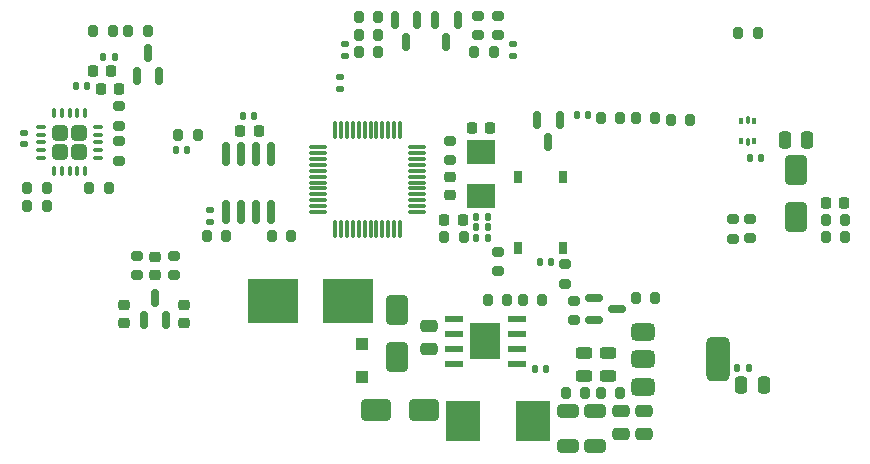
<source format=gbr>
%TF.GenerationSoftware,KiCad,Pcbnew,8.0.2-1*%
%TF.CreationDate,2024-05-27T16:57:43-04:00*%
%TF.ProjectId,checkpoint,63686563-6b70-46f6-996e-742e6b696361,v1.1*%
%TF.SameCoordinates,Original*%
%TF.FileFunction,Paste,Top*%
%TF.FilePolarity,Positive*%
%FSLAX46Y46*%
G04 Gerber Fmt 4.6, Leading zero omitted, Abs format (unit mm)*
G04 Created by KiCad (PCBNEW 8.0.2-1) date 2024-05-27 16:57:43*
%MOMM*%
%LPD*%
G01*
G04 APERTURE LIST*
G04 Aperture macros list*
%AMRoundRect*
0 Rectangle with rounded corners*
0 $1 Rounding radius*
0 $2 $3 $4 $5 $6 $7 $8 $9 X,Y pos of 4 corners*
0 Add a 4 corners polygon primitive as box body*
4,1,4,$2,$3,$4,$5,$6,$7,$8,$9,$2,$3,0*
0 Add four circle primitives for the rounded corners*
1,1,$1+$1,$2,$3*
1,1,$1+$1,$4,$5*
1,1,$1+$1,$6,$7*
1,1,$1+$1,$8,$9*
0 Add four rect primitives between the rounded corners*
20,1,$1+$1,$2,$3,$4,$5,0*
20,1,$1+$1,$4,$5,$6,$7,0*
20,1,$1+$1,$6,$7,$8,$9,0*
20,1,$1+$1,$8,$9,$2,$3,0*%
G04 Aperture macros list end*
%ADD10RoundRect,0.140000X0.140000X0.170000X-0.140000X0.170000X-0.140000X-0.170000X0.140000X-0.170000X0*%
%ADD11RoundRect,0.200000X0.275000X-0.200000X0.275000X0.200000X-0.275000X0.200000X-0.275000X-0.200000X0*%
%ADD12RoundRect,0.250000X0.475000X-0.250000X0.475000X0.250000X-0.475000X0.250000X-0.475000X-0.250000X0*%
%ADD13RoundRect,0.200000X0.200000X0.275000X-0.200000X0.275000X-0.200000X-0.275000X0.200000X-0.275000X0*%
%ADD14RoundRect,0.250000X-0.405000X0.405000X-0.405000X-0.405000X0.405000X-0.405000X0.405000X0.405000X0*%
%ADD15RoundRect,0.075000X-0.075000X0.337500X-0.075000X-0.337500X0.075000X-0.337500X0.075000X0.337500X0*%
%ADD16RoundRect,0.075000X-0.337500X0.075000X-0.337500X-0.075000X0.337500X-0.075000X0.337500X0.075000X0*%
%ADD17RoundRect,0.250000X-0.475000X0.250000X-0.475000X-0.250000X0.475000X-0.250000X0.475000X0.250000X0*%
%ADD18RoundRect,0.093750X-0.093750X0.156250X-0.093750X-0.156250X0.093750X-0.156250X0.093750X0.156250X0*%
%ADD19RoundRect,0.075000X-0.075000X0.250000X-0.075000X-0.250000X0.075000X-0.250000X0.075000X0.250000X0*%
%ADD20RoundRect,0.225000X0.225000X0.250000X-0.225000X0.250000X-0.225000X-0.250000X0.225000X-0.250000X0*%
%ADD21RoundRect,0.140000X-0.170000X0.140000X-0.170000X-0.140000X0.170000X-0.140000X0.170000X0.140000X0*%
%ADD22RoundRect,0.250000X0.650000X-1.000000X0.650000X1.000000X-0.650000X1.000000X-0.650000X-1.000000X0*%
%ADD23RoundRect,0.200000X-0.200000X-0.275000X0.200000X-0.275000X0.200000X0.275000X-0.200000X0.275000X0*%
%ADD24RoundRect,0.150000X0.150000X-0.587500X0.150000X0.587500X-0.150000X0.587500X-0.150000X-0.587500X0*%
%ADD25RoundRect,0.243750X-0.456250X0.243750X-0.456250X-0.243750X0.456250X-0.243750X0.456250X0.243750X0*%
%ADD26RoundRect,0.140000X-0.140000X-0.170000X0.140000X-0.170000X0.140000X0.170000X-0.140000X0.170000X0*%
%ADD27RoundRect,0.250000X-0.650000X0.325000X-0.650000X-0.325000X0.650000X-0.325000X0.650000X0.325000X0*%
%ADD28RoundRect,0.218750X0.218750X0.256250X-0.218750X0.256250X-0.218750X-0.256250X0.218750X-0.256250X0*%
%ADD29RoundRect,0.075000X0.662500X0.075000X-0.662500X0.075000X-0.662500X-0.075000X0.662500X-0.075000X0*%
%ADD30RoundRect,0.075000X0.075000X0.662500X-0.075000X0.662500X-0.075000X-0.662500X0.075000X-0.662500X0*%
%ADD31RoundRect,0.150000X-0.150000X0.587500X-0.150000X-0.587500X0.150000X-0.587500X0.150000X0.587500X0*%
%ADD32RoundRect,0.250000X-0.250000X-0.475000X0.250000X-0.475000X0.250000X0.475000X-0.250000X0.475000X0*%
%ADD33RoundRect,0.225000X-0.250000X0.225000X-0.250000X-0.225000X0.250000X-0.225000X0.250000X0.225000X0*%
%ADD34RoundRect,0.150000X-0.150000X0.825000X-0.150000X-0.825000X0.150000X-0.825000X0.150000X0.825000X0*%
%ADD35RoundRect,0.200000X-0.275000X0.200000X-0.275000X-0.200000X0.275000X-0.200000X0.275000X0.200000X0*%
%ADD36R,1.550000X0.600000*%
%ADD37R,2.600000X3.100000*%
%ADD38RoundRect,0.375000X-0.625000X-0.375000X0.625000X-0.375000X0.625000X0.375000X-0.625000X0.375000X0*%
%ADD39RoundRect,0.500000X-0.500000X-1.400000X0.500000X-1.400000X0.500000X1.400000X-0.500000X1.400000X0*%
%ADD40R,4.240000X3.810000*%
%ADD41R,3.000000X3.500000*%
%ADD42RoundRect,0.225000X-0.225000X-0.250000X0.225000X-0.250000X0.225000X0.250000X-0.225000X0.250000X0*%
%ADD43R,2.400000X2.000000*%
%ADD44RoundRect,0.225000X0.250000X-0.225000X0.250000X0.225000X-0.250000X0.225000X-0.250000X-0.225000X0*%
%ADD45R,0.750000X1.000000*%
%ADD46RoundRect,0.250000X1.000000X0.650000X-1.000000X0.650000X-1.000000X-0.650000X1.000000X-0.650000X0*%
%ADD47RoundRect,0.250000X-0.300000X0.300000X-0.300000X-0.300000X0.300000X-0.300000X0.300000X0.300000X0*%
%ADD48RoundRect,0.150000X-0.587500X-0.150000X0.587500X-0.150000X0.587500X0.150000X-0.587500X0.150000X0*%
G04 APERTURE END LIST*
D10*
%TO.C,C5*%
X19479592Y-5488882D03*
X18519592Y-5488882D03*
%TD*%
D11*
%TO.C,R23*%
X71810000Y-20885000D03*
X71810000Y-19235000D03*
%TD*%
D10*
%TO.C,C6*%
X17170000Y-7980000D03*
X16210000Y-7980000D03*
%TD*%
D12*
%TO.C,C27*%
X46140000Y-30208882D03*
X46140000Y-28308882D03*
%TD*%
D13*
%TO.C,R35*%
X55704592Y-26058882D03*
X54054592Y-26058882D03*
%TD*%
D10*
%TO.C,C4*%
X59569592Y-10388882D03*
X58609592Y-10388882D03*
%TD*%
D14*
%TO.C,U1*%
X16489592Y-11913293D03*
X14869592Y-11913293D03*
X16489592Y-13533293D03*
X14869592Y-13533293D03*
D15*
X16979592Y-10285793D03*
X16329592Y-10285793D03*
X15679592Y-10285793D03*
X15029592Y-10285793D03*
X14379592Y-10285793D03*
D16*
X13242092Y-11423293D03*
X13242092Y-12073293D03*
X13242092Y-12723293D03*
X13242092Y-13373293D03*
X13242092Y-14023293D03*
D15*
X14379592Y-15160793D03*
X15029592Y-15160793D03*
X15679592Y-15160793D03*
X16329592Y-15160793D03*
X16979592Y-15160793D03*
D16*
X18117092Y-14023293D03*
X18117092Y-13373293D03*
X18117092Y-12723293D03*
X18117092Y-12073293D03*
X18117092Y-11423293D03*
%TD*%
D13*
%TO.C,R10*%
X41805000Y-2147500D03*
X40155000Y-2147500D03*
%TD*%
D17*
%TO.C,C30*%
X62349592Y-35498882D03*
X62349592Y-37398882D03*
%TD*%
D13*
%TO.C,R13*%
X18985000Y-16560000D03*
X17335000Y-16560000D03*
%TD*%
D11*
%TO.C,R20*%
X24469592Y-24003882D03*
X24469592Y-22353882D03*
%TD*%
%TO.C,R26*%
X57620000Y-24725000D03*
X57620000Y-23075000D03*
%TD*%
%TO.C,R7*%
X50260000Y-3675000D03*
X50260000Y-2025000D03*
%TD*%
D18*
%TO.C,U4*%
X73632092Y-10948882D03*
D19*
X73094592Y-10873882D03*
D18*
X72557092Y-10948882D03*
X72557092Y-12648882D03*
D19*
X73094592Y-12723882D03*
D18*
X73632092Y-12648882D03*
%TD*%
D20*
%TO.C,C20*%
X51289592Y-11553882D03*
X49739592Y-11553882D03*
%TD*%
D21*
%TO.C,C3*%
X53180000Y-4430000D03*
X53180000Y-5390000D03*
%TD*%
D22*
%TO.C,D10*%
X43400000Y-30907500D03*
X43400000Y-26907500D03*
%TD*%
D10*
%TO.C,C1*%
X25619592Y-13380000D03*
X24659592Y-13380000D03*
%TD*%
D21*
%TO.C,C7*%
X11844592Y-11908882D03*
X11844592Y-12868882D03*
%TD*%
D23*
%TO.C,R8*%
X63624592Y-10648882D03*
X65274592Y-10648882D03*
%TD*%
D20*
%TO.C,C8*%
X31668668Y-11746607D03*
X30118668Y-11746607D03*
%TD*%
D24*
%TO.C,D5*%
X21944592Y-27771382D03*
X23844592Y-27771382D03*
X22894592Y-25896382D03*
%TD*%
D25*
%TO.C,D8*%
X61280000Y-30602500D03*
X61280000Y-32477500D03*
%TD*%
D26*
%TO.C,C18*%
X50110000Y-20860000D03*
X51070000Y-20860000D03*
%TD*%
D27*
%TO.C,C31*%
X60194592Y-35508882D03*
X60194592Y-38458882D03*
%TD*%
D13*
%TO.C,R34*%
X62305000Y-33950000D03*
X60655000Y-33950000D03*
%TD*%
D27*
%TO.C,C32*%
X57869592Y-35508882D03*
X57869592Y-38458882D03*
%TD*%
D28*
%TO.C,L2*%
X48987092Y-19278882D03*
X47412092Y-19278882D03*
%TD*%
D13*
%TO.C,R6*%
X41795000Y-3607500D03*
X40145000Y-3607500D03*
%TD*%
D11*
%TO.C,R21*%
X21369592Y-23983882D03*
X21369592Y-22333882D03*
%TD*%
D29*
%TO.C,U3*%
X45067092Y-18641382D03*
X45067092Y-18141382D03*
X45067092Y-17641382D03*
X45067092Y-17141382D03*
X45067092Y-16641382D03*
X45067092Y-16141382D03*
X45067092Y-15641382D03*
X45067092Y-15141382D03*
X45067092Y-14641382D03*
X45067092Y-14141382D03*
X45067092Y-13641382D03*
X45067092Y-13141382D03*
D30*
X43654592Y-11728882D03*
X43154592Y-11728882D03*
X42654592Y-11728882D03*
X42154592Y-11728882D03*
X41654592Y-11728882D03*
X41154592Y-11728882D03*
X40654592Y-11728882D03*
X40154592Y-11728882D03*
X39654592Y-11728882D03*
X39154592Y-11728882D03*
X38654592Y-11728882D03*
X38154592Y-11728882D03*
D29*
X36742092Y-13141382D03*
X36742092Y-13641382D03*
X36742092Y-14141382D03*
X36742092Y-14641382D03*
X36742092Y-15141382D03*
X36742092Y-15641382D03*
X36742092Y-16141382D03*
X36742092Y-16641382D03*
X36742092Y-17141382D03*
X36742092Y-17641382D03*
X36742092Y-18141382D03*
X36742092Y-18641382D03*
D30*
X38154592Y-20053882D03*
X38654592Y-20053882D03*
X39154592Y-20053882D03*
X39654592Y-20053882D03*
X40154592Y-20053882D03*
X40654592Y-20053882D03*
X41154592Y-20053882D03*
X41654592Y-20053882D03*
X42154592Y-20053882D03*
X42654592Y-20053882D03*
X43154592Y-20053882D03*
X43654592Y-20053882D03*
%TD*%
D13*
%TO.C,R28*%
X59345000Y-33950000D03*
X57695000Y-33950000D03*
%TD*%
D11*
%TO.C,R25*%
X51930000Y-23645000D03*
X51930000Y-21995000D03*
%TD*%
D13*
%TO.C,R29*%
X49024592Y-20738882D03*
X47374592Y-20738882D03*
%TD*%
D25*
%TO.C,D6*%
X59230000Y-30602500D03*
X59230000Y-32477500D03*
%TD*%
D13*
%TO.C,R12*%
X68235000Y-10830000D03*
X66585000Y-10830000D03*
%TD*%
%TO.C,R31*%
X65275000Y-25900000D03*
X63625000Y-25900000D03*
%TD*%
D23*
%TO.C,R24*%
X79675000Y-20750000D03*
X81325000Y-20750000D03*
%TD*%
D11*
%TO.C,R11*%
X51980000Y-3665000D03*
X51980000Y-2015000D03*
%TD*%
D13*
%TO.C,R33*%
X73925000Y-3520000D03*
X72275000Y-3520000D03*
%TD*%
%TO.C,R5*%
X22284592Y-3268882D03*
X20634592Y-3268882D03*
%TD*%
D22*
%TO.C,D7*%
X77140000Y-19090000D03*
X77140000Y-15090000D03*
%TD*%
D31*
%TO.C,D2*%
X45120000Y-2400000D03*
X43220000Y-2400000D03*
X44170000Y-4275000D03*
%TD*%
D32*
%TO.C,C25*%
X72530000Y-33270000D03*
X74430000Y-33270000D03*
%TD*%
D33*
%TO.C,C17*%
X47839592Y-15653882D03*
X47839592Y-17203882D03*
%TD*%
D10*
%TO.C,C14*%
X56460000Y-22880000D03*
X55500000Y-22880000D03*
%TD*%
D34*
%TO.C,U2*%
X32765000Y-13705000D03*
X31495000Y-13705000D03*
X30225000Y-13705000D03*
X28955000Y-13705000D03*
X28955000Y-18655000D03*
X30225000Y-18655000D03*
X31495000Y-18655000D03*
X32765000Y-18655000D03*
%TD*%
D31*
%TO.C,D3*%
X48522500Y-2392500D03*
X46622500Y-2392500D03*
X47572500Y-4267500D03*
%TD*%
D26*
%TO.C,C24*%
X73279592Y-14038882D03*
X74239592Y-14038882D03*
%TD*%
D21*
%TO.C,C10*%
X27544592Y-18478882D03*
X27544592Y-19438882D03*
%TD*%
D35*
%TO.C,R22*%
X73270000Y-19225000D03*
X73270000Y-20875000D03*
%TD*%
D11*
%TO.C,R17*%
X19830000Y-11315000D03*
X19830000Y-9665000D03*
%TD*%
D36*
%TO.C,U6*%
X53579592Y-31483882D03*
X53579592Y-30213882D03*
X53579592Y-28943882D03*
X53579592Y-27673882D03*
X48179592Y-27673882D03*
X48179592Y-28943882D03*
X48179592Y-30213882D03*
X48179592Y-31483882D03*
D37*
X50879592Y-29578882D03*
%TD*%
D26*
%TO.C,C22*%
X50110000Y-19020000D03*
X51070000Y-19020000D03*
%TD*%
D38*
%TO.C,U5*%
X64229592Y-28818882D03*
X64229592Y-31118882D03*
D39*
X70529592Y-31118882D03*
D38*
X64229592Y-33418882D03*
%TD*%
D26*
%TO.C,C26*%
X72210000Y-31820000D03*
X73170000Y-31820000D03*
%TD*%
D32*
%TO.C,C23*%
X76240000Y-12550000D03*
X78140000Y-12550000D03*
%TD*%
D13*
%TO.C,R18*%
X34435000Y-20650000D03*
X32785000Y-20650000D03*
%TD*%
D17*
%TO.C,C29*%
X64319592Y-35498882D03*
X64319592Y-37398882D03*
%TD*%
D35*
%TO.C,R16*%
X19844592Y-12625000D03*
X19844592Y-14275000D03*
%TD*%
D40*
%TO.C,F1*%
X39275000Y-26140000D03*
X32905000Y-26140000D03*
%TD*%
D35*
%TO.C,R32*%
X47839592Y-12603882D03*
X47839592Y-14253882D03*
%TD*%
D41*
%TO.C,L3*%
X48940000Y-36330000D03*
X54940000Y-36330000D03*
%TD*%
D26*
%TO.C,C28*%
X55079592Y-31958882D03*
X56039592Y-31958882D03*
%TD*%
D42*
%TO.C,C15*%
X79725000Y-17830000D03*
X81275000Y-17830000D03*
%TD*%
D43*
%TO.C,Y1*%
X50539592Y-17278882D03*
X50539592Y-13578882D03*
%TD*%
D21*
%TO.C,C19*%
X38540000Y-7220000D03*
X38540000Y-8180000D03*
%TD*%
D44*
%TO.C,C13*%
X20309592Y-28043882D03*
X20309592Y-26493882D03*
%TD*%
D23*
%TO.C,R2*%
X40145000Y-5087500D03*
X41795000Y-5087500D03*
%TD*%
D24*
%TO.C,D1*%
X21359592Y-7086382D03*
X23259592Y-7086382D03*
X22309592Y-5211382D03*
%TD*%
D26*
%TO.C,C21*%
X50120000Y-19940000D03*
X51080000Y-19940000D03*
%TD*%
D13*
%TO.C,R3*%
X51595000Y-5060000D03*
X49945000Y-5060000D03*
%TD*%
D20*
%TO.C,C16*%
X19204592Y-6678882D03*
X17654592Y-6678882D03*
%TD*%
D23*
%TO.C,R4*%
X60654592Y-10648882D03*
X62304592Y-10648882D03*
%TD*%
D45*
%TO.C,SW1*%
X53665000Y-21668882D03*
X53665000Y-15668882D03*
X57415000Y-21668882D03*
X57415000Y-15668882D03*
%TD*%
D13*
%TO.C,R36*%
X52704592Y-26058882D03*
X51054592Y-26058882D03*
%TD*%
D35*
%TO.C,R30*%
X58400000Y-26165000D03*
X58400000Y-27815000D03*
%TD*%
D33*
%TO.C,C12*%
X25369592Y-26483882D03*
X25369592Y-28033882D03*
%TD*%
D28*
%TO.C,L1*%
X19885000Y-8260000D03*
X18310000Y-8260000D03*
%TD*%
D21*
%TO.C,C2*%
X39030000Y-4440000D03*
X39030000Y-5400000D03*
%TD*%
D31*
%TO.C,D4*%
X57160000Y-10842500D03*
X55260000Y-10842500D03*
X56210000Y-12717500D03*
%TD*%
D23*
%TO.C,R15*%
X12069592Y-16583882D03*
X13719592Y-16583882D03*
%TD*%
D33*
%TO.C,C11*%
X22919592Y-22403882D03*
X22919592Y-23953882D03*
%TD*%
D13*
%TO.C,R19*%
X28915000Y-20630000D03*
X27265000Y-20630000D03*
%TD*%
D46*
%TO.C,D11*%
X45640000Y-35410000D03*
X41640000Y-35410000D03*
%TD*%
D10*
%TO.C,C9*%
X31324592Y-10533882D03*
X30364592Y-10533882D03*
%TD*%
D13*
%TO.C,R27*%
X81325000Y-19290000D03*
X79675000Y-19290000D03*
%TD*%
%TO.C,R1*%
X26505000Y-12130000D03*
X24855000Y-12130000D03*
%TD*%
D23*
%TO.C,R14*%
X12069592Y-18083882D03*
X13719592Y-18083882D03*
%TD*%
D47*
%TO.C,D9*%
X40440000Y-29772500D03*
X40440000Y-32572500D03*
%TD*%
D23*
%TO.C,R9*%
X17665000Y-3270000D03*
X19315000Y-3270000D03*
%TD*%
D48*
%TO.C,Q1*%
X60112500Y-25920000D03*
X60112500Y-27820000D03*
X61987500Y-26870000D03*
%TD*%
M02*

</source>
